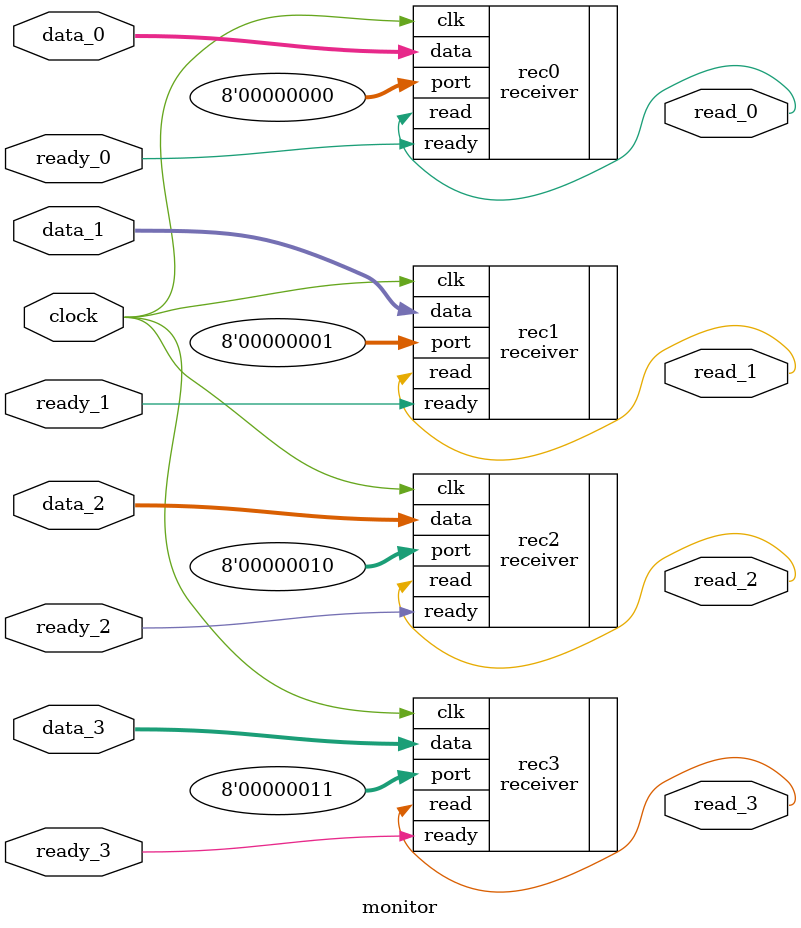
<source format=sv>
module monitor(
  clock,
	data_0, data_1, data_2, data_3,
	ready_0, ready_1, ready_2, ready_3,
	read_0, read_1, read_2, read_3
);

input clock;
input [7:0] data_0, data_1, data_2, data_3;
input ready_0, ready_1, ready_2, ready_3;

output read_0, read_1, read_2, read_3;


// instantiate the receiver modules
receiver rec0 (
	.clk(clock),
	.data(data_0),
	.ready(ready_0),
	.read(read_0),
	.port(8'd0)
);

receiver rec1 (
	.clk(clock),
	.data(data_1),
	.ready(ready_1),
	.read(read_1),
	.port(8'd1)
);

receiver rec2 (
	.clk(clock),
	.data(data_2),
	.ready(ready_2),
	.read(read_2),
	.port(8'd2)
);

receiver rec3 (
	.clk(clock),
	.data(data_3),
	.ready(ready_3),
	.read(read_3),
	.port(8'd3)
);


endmodule: monitor

</source>
